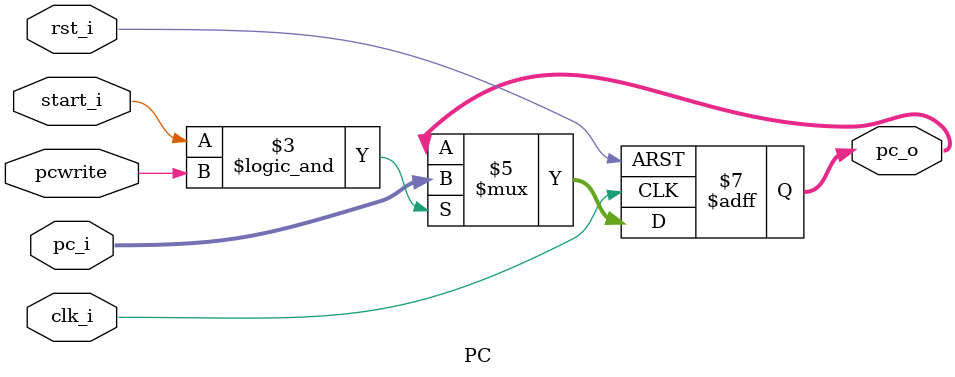
<source format=v>
module PC
(
    clk_i,
    rst_i,
    start_i,
    pc_i,
    pcwrite,
    pc_o
);

// Ports
input               clk_i;
input               rst_i;
input               start_i;
input   [31:0]      pc_i;
input pcwrite;
output  [31:0]      pc_o;

// Wires & Registers
reg     [31:0]      pc_o;


always@(posedge clk_i or negedge rst_i) begin
    if(~rst_i) begin
        pc_o <= 32'b0;
    end
    else begin
        if(start_i && pcwrite)
            pc_o <= pc_i;
        else
            pc_o <= pc_o;
    end
end

endmodule

</source>
